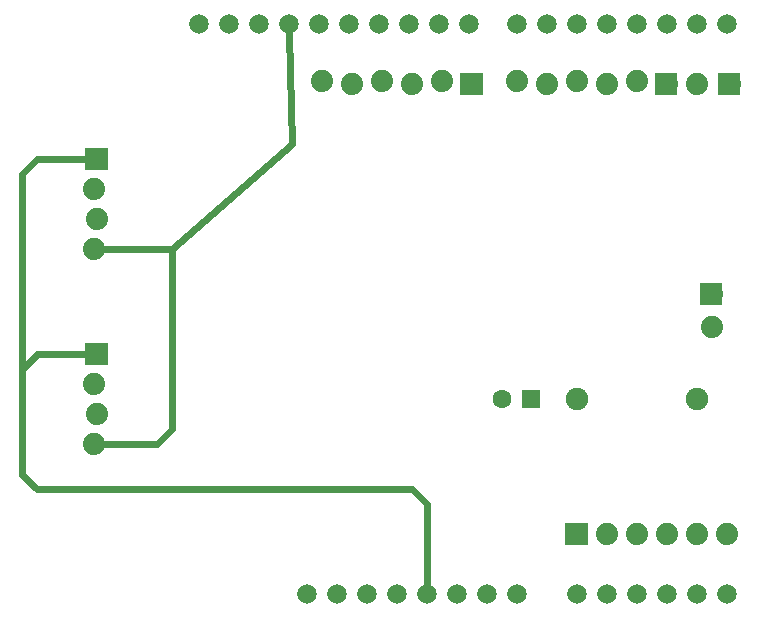
<source format=gbl>
G04 MADE WITH FRITZING*
G04 WWW.FRITZING.ORG*
G04 DOUBLE SIDED*
G04 HOLES PLATED*
G04 CONTOUR ON CENTER OF CONTOUR VECTOR*
%ASAXBY*%
%FSLAX23Y23*%
%MOIN*%
%OFA0B0*%
%SFA1.0B1.0*%
%ADD10C,0.062992*%
%ADD11C,0.075000*%
%ADD12C,0.074000*%
%ADD13C,0.065278*%
%ADD14R,0.062992X0.062992*%
%ADD15C,0.024000*%
%ADD16R,0.001000X0.001000*%
%LNCOPPER0*%
G90*
G70*
G54D10*
X1871Y761D03*
X1772Y761D03*
G54D11*
X2022Y761D03*
X2422Y761D03*
G54D12*
X1672Y1811D03*
X1572Y1821D03*
X1472Y1811D03*
X1372Y1821D03*
X1272Y1811D03*
X1172Y1821D03*
X2322Y1812D03*
X2222Y1822D03*
X2122Y1812D03*
X2022Y1822D03*
X1922Y1812D03*
X1822Y1822D03*
X2532Y1811D03*
X2422Y1811D03*
X2472Y1111D03*
X2472Y1001D03*
G54D13*
X2122Y111D03*
X2222Y111D03*
X2322Y111D03*
X2422Y111D03*
X2522Y111D03*
X1662Y2011D03*
X1562Y2011D03*
X1462Y2011D03*
X1362Y2011D03*
X1262Y2011D03*
X1162Y2011D03*
X1062Y2011D03*
X962Y2011D03*
X862Y2011D03*
X762Y2011D03*
X2522Y2011D03*
X2422Y2011D03*
X2322Y2011D03*
X2222Y2011D03*
X2122Y2011D03*
X2022Y2011D03*
X1922Y2011D03*
X1822Y2011D03*
X1222Y111D03*
X1122Y111D03*
X1322Y111D03*
X1422Y111D03*
X1522Y111D03*
X1622Y111D03*
X1722Y111D03*
X1822Y111D03*
X2022Y111D03*
G54D12*
X422Y911D03*
X412Y811D03*
X422Y711D03*
X412Y611D03*
X422Y1561D03*
X412Y1461D03*
X422Y1361D03*
X412Y1261D03*
X2022Y311D03*
X2122Y311D03*
X2222Y311D03*
X2322Y311D03*
X2422Y311D03*
X2522Y311D03*
G54D14*
X1871Y761D03*
G54D15*
X223Y912D02*
X391Y911D01*
D02*
X173Y862D02*
X223Y912D01*
D02*
X173Y510D02*
X173Y862D01*
D02*
X222Y461D02*
X173Y510D01*
D02*
X1522Y412D02*
X1473Y461D01*
D02*
X1473Y461D02*
X222Y461D01*
D02*
X1522Y143D02*
X1522Y412D01*
D02*
X223Y912D02*
X391Y911D01*
D02*
X173Y860D02*
X223Y912D01*
D02*
X172Y1511D02*
X173Y860D01*
D02*
X222Y1562D02*
X172Y1511D01*
D02*
X391Y1562D02*
X222Y1562D01*
D02*
X622Y612D02*
X443Y611D01*
D02*
X673Y661D02*
X622Y612D01*
D02*
X672Y1261D02*
X673Y661D01*
D02*
X443Y1261D02*
X672Y1261D01*
D02*
X672Y1261D02*
X443Y1261D01*
D02*
X1073Y1612D02*
X672Y1261D01*
D02*
X1063Y1980D02*
X1073Y1612D01*
G54D16*
X2285Y1849D02*
X2357Y1849D01*
X1635Y1848D02*
X1708Y1848D01*
X2284Y1848D02*
X2357Y1848D01*
X2494Y1848D02*
X2567Y1848D01*
X1635Y1847D02*
X1708Y1847D01*
X2284Y1847D02*
X2357Y1847D01*
X2494Y1847D02*
X2567Y1847D01*
X1635Y1846D02*
X1708Y1846D01*
X2284Y1846D02*
X2357Y1846D01*
X2494Y1846D02*
X2567Y1846D01*
X1635Y1845D02*
X1708Y1845D01*
X2284Y1845D02*
X2357Y1845D01*
X2494Y1845D02*
X2567Y1845D01*
X1635Y1844D02*
X1708Y1844D01*
X2284Y1844D02*
X2357Y1844D01*
X2494Y1844D02*
X2567Y1844D01*
X1635Y1843D02*
X1708Y1843D01*
X2284Y1843D02*
X2357Y1843D01*
X2494Y1843D02*
X2567Y1843D01*
X1635Y1842D02*
X1708Y1842D01*
X2284Y1842D02*
X2357Y1842D01*
X2494Y1842D02*
X2567Y1842D01*
X1635Y1841D02*
X1708Y1841D01*
X2284Y1841D02*
X2357Y1841D01*
X2494Y1841D02*
X2567Y1841D01*
X1635Y1840D02*
X1708Y1840D01*
X2284Y1840D02*
X2357Y1840D01*
X2494Y1840D02*
X2567Y1840D01*
X1635Y1839D02*
X1708Y1839D01*
X2284Y1839D02*
X2357Y1839D01*
X2494Y1839D02*
X2567Y1839D01*
X1635Y1838D02*
X1708Y1838D01*
X2284Y1838D02*
X2357Y1838D01*
X2494Y1838D02*
X2567Y1838D01*
X1635Y1837D02*
X1708Y1837D01*
X2284Y1837D02*
X2357Y1837D01*
X2494Y1837D02*
X2567Y1837D01*
X1635Y1836D02*
X1708Y1836D01*
X2284Y1836D02*
X2357Y1836D01*
X2494Y1836D02*
X2567Y1836D01*
X1635Y1835D02*
X1708Y1835D01*
X2284Y1835D02*
X2357Y1835D01*
X2494Y1835D02*
X2567Y1835D01*
X1635Y1834D02*
X1708Y1834D01*
X2284Y1834D02*
X2357Y1834D01*
X2494Y1834D02*
X2567Y1834D01*
X1635Y1833D02*
X1708Y1833D01*
X2284Y1833D02*
X2357Y1833D01*
X2494Y1833D02*
X2567Y1833D01*
X1635Y1832D02*
X1708Y1832D01*
X2284Y1832D02*
X2320Y1832D01*
X2322Y1832D02*
X2357Y1832D01*
X2494Y1832D02*
X2567Y1832D01*
X1635Y1831D02*
X1666Y1831D01*
X1676Y1831D02*
X1708Y1831D01*
X2284Y1831D02*
X2314Y1831D01*
X2328Y1831D02*
X2357Y1831D01*
X2494Y1831D02*
X2526Y1831D01*
X2536Y1831D02*
X2567Y1831D01*
X1635Y1830D02*
X1663Y1830D01*
X1679Y1830D02*
X1708Y1830D01*
X2284Y1830D02*
X2312Y1830D01*
X2330Y1830D02*
X2357Y1830D01*
X2494Y1830D02*
X2523Y1830D01*
X2539Y1830D02*
X2567Y1830D01*
X1635Y1829D02*
X1661Y1829D01*
X1681Y1829D02*
X1708Y1829D01*
X2284Y1829D02*
X2310Y1829D01*
X2332Y1829D02*
X2357Y1829D01*
X2494Y1829D02*
X2521Y1829D01*
X2541Y1829D02*
X2567Y1829D01*
X1635Y1828D02*
X1659Y1828D01*
X1683Y1828D02*
X1708Y1828D01*
X2284Y1828D02*
X2309Y1828D01*
X2333Y1828D02*
X2357Y1828D01*
X2494Y1828D02*
X2519Y1828D01*
X2543Y1828D02*
X2567Y1828D01*
X1635Y1827D02*
X1658Y1827D01*
X1684Y1827D02*
X1708Y1827D01*
X2284Y1827D02*
X2307Y1827D01*
X2335Y1827D02*
X2357Y1827D01*
X2494Y1827D02*
X2518Y1827D01*
X2544Y1827D02*
X2567Y1827D01*
X1635Y1826D02*
X1657Y1826D01*
X1685Y1826D02*
X1708Y1826D01*
X2284Y1826D02*
X2306Y1826D01*
X2336Y1826D02*
X2357Y1826D01*
X2494Y1826D02*
X2517Y1826D01*
X2545Y1826D02*
X2567Y1826D01*
X1635Y1825D02*
X1656Y1825D01*
X1686Y1825D02*
X1708Y1825D01*
X2284Y1825D02*
X2305Y1825D01*
X2337Y1825D02*
X2357Y1825D01*
X2494Y1825D02*
X2516Y1825D01*
X2546Y1825D02*
X2567Y1825D01*
X1635Y1824D02*
X1655Y1824D01*
X1687Y1824D02*
X1708Y1824D01*
X2284Y1824D02*
X2304Y1824D01*
X2337Y1824D02*
X2357Y1824D01*
X2494Y1824D02*
X2515Y1824D01*
X2547Y1824D02*
X2567Y1824D01*
X1635Y1823D02*
X1654Y1823D01*
X1688Y1823D02*
X1708Y1823D01*
X2284Y1823D02*
X2304Y1823D01*
X2338Y1823D02*
X2357Y1823D01*
X2494Y1823D02*
X2514Y1823D01*
X2548Y1823D02*
X2567Y1823D01*
X1635Y1822D02*
X1654Y1822D01*
X1689Y1822D02*
X1708Y1822D01*
X2284Y1822D02*
X2303Y1822D01*
X2339Y1822D02*
X2357Y1822D01*
X2494Y1822D02*
X2513Y1822D01*
X2548Y1822D02*
X2567Y1822D01*
X1635Y1821D02*
X1653Y1821D01*
X1689Y1821D02*
X1708Y1821D01*
X2284Y1821D02*
X2303Y1821D01*
X2339Y1821D02*
X2357Y1821D01*
X2494Y1821D02*
X2513Y1821D01*
X2549Y1821D02*
X2567Y1821D01*
X1635Y1820D02*
X1653Y1820D01*
X1690Y1820D02*
X1708Y1820D01*
X2284Y1820D02*
X2302Y1820D01*
X2340Y1820D02*
X2357Y1820D01*
X2494Y1820D02*
X2512Y1820D01*
X2549Y1820D02*
X2567Y1820D01*
X1635Y1819D02*
X1652Y1819D01*
X1690Y1819D02*
X1708Y1819D01*
X2284Y1819D02*
X2302Y1819D01*
X2340Y1819D02*
X2357Y1819D01*
X2494Y1819D02*
X2512Y1819D01*
X2550Y1819D02*
X2567Y1819D01*
X1635Y1818D02*
X1652Y1818D01*
X1691Y1818D02*
X1708Y1818D01*
X2284Y1818D02*
X2301Y1818D01*
X2340Y1818D02*
X2357Y1818D01*
X2494Y1818D02*
X2512Y1818D01*
X2550Y1818D02*
X2567Y1818D01*
X1635Y1817D02*
X1652Y1817D01*
X1691Y1817D02*
X1708Y1817D01*
X2284Y1817D02*
X2301Y1817D01*
X2341Y1817D02*
X2357Y1817D01*
X2494Y1817D02*
X2511Y1817D01*
X2551Y1817D02*
X2567Y1817D01*
X1635Y1816D02*
X1651Y1816D01*
X1691Y1816D02*
X1708Y1816D01*
X2284Y1816D02*
X2301Y1816D01*
X2341Y1816D02*
X2357Y1816D01*
X2494Y1816D02*
X2511Y1816D01*
X2551Y1816D02*
X2567Y1816D01*
X1635Y1815D02*
X1651Y1815D01*
X1691Y1815D02*
X1708Y1815D01*
X2284Y1815D02*
X2301Y1815D01*
X2341Y1815D02*
X2357Y1815D01*
X2494Y1815D02*
X2511Y1815D01*
X2551Y1815D02*
X2567Y1815D01*
X1635Y1814D02*
X1651Y1814D01*
X1691Y1814D02*
X1708Y1814D01*
X2284Y1814D02*
X2301Y1814D01*
X2341Y1814D02*
X2357Y1814D01*
X2494Y1814D02*
X2511Y1814D01*
X2551Y1814D02*
X2567Y1814D01*
X1635Y1813D02*
X1651Y1813D01*
X1692Y1813D02*
X1708Y1813D01*
X2284Y1813D02*
X2301Y1813D01*
X2341Y1813D02*
X2357Y1813D01*
X2494Y1813D02*
X2511Y1813D01*
X2551Y1813D02*
X2567Y1813D01*
X1635Y1812D02*
X1651Y1812D01*
X1692Y1812D02*
X1708Y1812D01*
X2284Y1812D02*
X2300Y1812D01*
X2341Y1812D02*
X2357Y1812D01*
X2494Y1812D02*
X2510Y1812D01*
X2551Y1812D02*
X2567Y1812D01*
X1635Y1811D02*
X1651Y1811D01*
X1692Y1811D02*
X1708Y1811D01*
X2284Y1811D02*
X2301Y1811D01*
X2341Y1811D02*
X2357Y1811D01*
X2494Y1811D02*
X2510Y1811D01*
X2551Y1811D02*
X2567Y1811D01*
X1635Y1810D02*
X1651Y1810D01*
X1692Y1810D02*
X1708Y1810D01*
X2284Y1810D02*
X2301Y1810D01*
X2341Y1810D02*
X2357Y1810D01*
X2494Y1810D02*
X2511Y1810D01*
X2551Y1810D02*
X2567Y1810D01*
X1635Y1809D02*
X1651Y1809D01*
X1691Y1809D02*
X1708Y1809D01*
X2284Y1809D02*
X2301Y1809D01*
X2341Y1809D02*
X2357Y1809D01*
X2494Y1809D02*
X2511Y1809D01*
X2551Y1809D02*
X2567Y1809D01*
X1635Y1808D02*
X1651Y1808D01*
X1691Y1808D02*
X1708Y1808D01*
X2284Y1808D02*
X2301Y1808D01*
X2341Y1808D02*
X2357Y1808D01*
X2494Y1808D02*
X2511Y1808D01*
X2551Y1808D02*
X2567Y1808D01*
X1635Y1807D02*
X1651Y1807D01*
X1691Y1807D02*
X1708Y1807D01*
X2284Y1807D02*
X2301Y1807D01*
X2341Y1807D02*
X2357Y1807D01*
X2494Y1807D02*
X2511Y1807D01*
X2551Y1807D02*
X2567Y1807D01*
X1635Y1806D02*
X1652Y1806D01*
X1691Y1806D02*
X1708Y1806D01*
X2284Y1806D02*
X2302Y1806D01*
X2340Y1806D02*
X2357Y1806D01*
X2494Y1806D02*
X2511Y1806D01*
X2550Y1806D02*
X2567Y1806D01*
X1635Y1805D02*
X1652Y1805D01*
X1690Y1805D02*
X1708Y1805D01*
X2284Y1805D02*
X2302Y1805D01*
X2340Y1805D02*
X2357Y1805D01*
X2494Y1805D02*
X2512Y1805D01*
X2550Y1805D02*
X2567Y1805D01*
X1635Y1804D02*
X1652Y1804D01*
X1690Y1804D02*
X1708Y1804D01*
X2284Y1804D02*
X2302Y1804D01*
X2340Y1804D02*
X2357Y1804D01*
X2494Y1804D02*
X2512Y1804D01*
X2550Y1804D02*
X2567Y1804D01*
X1635Y1803D02*
X1653Y1803D01*
X1690Y1803D02*
X1708Y1803D01*
X2284Y1803D02*
X2303Y1803D01*
X2339Y1803D02*
X2357Y1803D01*
X2494Y1803D02*
X2512Y1803D01*
X2549Y1803D02*
X2567Y1803D01*
X1635Y1802D02*
X1653Y1802D01*
X1689Y1802D02*
X1708Y1802D01*
X2284Y1802D02*
X2303Y1802D01*
X2339Y1802D02*
X2357Y1802D01*
X2494Y1802D02*
X2513Y1802D01*
X2549Y1802D02*
X2567Y1802D01*
X1635Y1801D02*
X1654Y1801D01*
X1689Y1801D02*
X1708Y1801D01*
X2284Y1801D02*
X2304Y1801D01*
X2338Y1801D02*
X2357Y1801D01*
X2494Y1801D02*
X2513Y1801D01*
X2548Y1801D02*
X2567Y1801D01*
X1635Y1800D02*
X1654Y1800D01*
X1688Y1800D02*
X1708Y1800D01*
X2284Y1800D02*
X2305Y1800D01*
X2337Y1800D02*
X2357Y1800D01*
X2494Y1800D02*
X2514Y1800D01*
X2548Y1800D02*
X2567Y1800D01*
X1635Y1799D02*
X1655Y1799D01*
X1687Y1799D02*
X1708Y1799D01*
X2284Y1799D02*
X2305Y1799D01*
X2336Y1799D02*
X2357Y1799D01*
X2494Y1799D02*
X2515Y1799D01*
X2547Y1799D02*
X2567Y1799D01*
X1635Y1798D02*
X1656Y1798D01*
X1686Y1798D02*
X1708Y1798D01*
X2284Y1798D02*
X2306Y1798D01*
X2336Y1798D02*
X2357Y1798D01*
X2494Y1798D02*
X2516Y1798D01*
X2546Y1798D02*
X2567Y1798D01*
X1635Y1797D02*
X1657Y1797D01*
X1685Y1797D02*
X1708Y1797D01*
X2284Y1797D02*
X2307Y1797D01*
X2334Y1797D02*
X2357Y1797D01*
X2494Y1797D02*
X2517Y1797D01*
X2545Y1797D02*
X2567Y1797D01*
X1635Y1796D02*
X1658Y1796D01*
X1684Y1796D02*
X1708Y1796D01*
X2284Y1796D02*
X2309Y1796D01*
X2333Y1796D02*
X2357Y1796D01*
X2494Y1796D02*
X2518Y1796D01*
X2544Y1796D02*
X2567Y1796D01*
X1635Y1795D02*
X1660Y1795D01*
X1683Y1795D02*
X1708Y1795D01*
X2284Y1795D02*
X2310Y1795D01*
X2332Y1795D02*
X2357Y1795D01*
X2494Y1795D02*
X2519Y1795D01*
X2543Y1795D02*
X2567Y1795D01*
X1635Y1794D02*
X1661Y1794D01*
X1681Y1794D02*
X1708Y1794D01*
X2284Y1794D02*
X2312Y1794D01*
X2330Y1794D02*
X2357Y1794D01*
X2494Y1794D02*
X2521Y1794D01*
X2541Y1794D02*
X2567Y1794D01*
X1635Y1793D02*
X1663Y1793D01*
X1679Y1793D02*
X1708Y1793D01*
X2284Y1793D02*
X2315Y1793D01*
X2327Y1793D02*
X2357Y1793D01*
X2494Y1793D02*
X2523Y1793D01*
X2539Y1793D02*
X2567Y1793D01*
X1635Y1792D02*
X1667Y1792D01*
X1676Y1792D02*
X1708Y1792D01*
X2284Y1792D02*
X2357Y1792D01*
X2494Y1792D02*
X2526Y1792D01*
X2535Y1792D02*
X2567Y1792D01*
X1635Y1791D02*
X1708Y1791D01*
X2284Y1791D02*
X2357Y1791D01*
X2494Y1791D02*
X2567Y1791D01*
X1635Y1790D02*
X1708Y1790D01*
X2284Y1790D02*
X2357Y1790D01*
X2494Y1790D02*
X2567Y1790D01*
X1635Y1789D02*
X1708Y1789D01*
X2284Y1789D02*
X2357Y1789D01*
X2494Y1789D02*
X2567Y1789D01*
X1635Y1788D02*
X1708Y1788D01*
X2284Y1788D02*
X2357Y1788D01*
X2494Y1788D02*
X2567Y1788D01*
X1635Y1787D02*
X1708Y1787D01*
X2284Y1787D02*
X2357Y1787D01*
X2494Y1787D02*
X2567Y1787D01*
X1635Y1786D02*
X1708Y1786D01*
X2284Y1786D02*
X2357Y1786D01*
X2494Y1786D02*
X2567Y1786D01*
X1635Y1785D02*
X1708Y1785D01*
X2284Y1785D02*
X2357Y1785D01*
X2494Y1785D02*
X2567Y1785D01*
X1635Y1784D02*
X1708Y1784D01*
X2284Y1784D02*
X2357Y1784D01*
X2494Y1784D02*
X2567Y1784D01*
X1635Y1783D02*
X1708Y1783D01*
X2284Y1783D02*
X2357Y1783D01*
X2494Y1783D02*
X2567Y1783D01*
X1635Y1782D02*
X1708Y1782D01*
X2284Y1782D02*
X2357Y1782D01*
X2494Y1782D02*
X2567Y1782D01*
X1635Y1781D02*
X1708Y1781D01*
X2284Y1781D02*
X2357Y1781D01*
X2494Y1781D02*
X2567Y1781D01*
X1635Y1780D02*
X1708Y1780D01*
X2284Y1780D02*
X2357Y1780D01*
X2494Y1780D02*
X2567Y1780D01*
X1635Y1779D02*
X1708Y1779D01*
X2284Y1779D02*
X2357Y1779D01*
X2494Y1779D02*
X2567Y1779D01*
X1635Y1778D02*
X1708Y1778D01*
X2284Y1778D02*
X2357Y1778D01*
X2494Y1778D02*
X2567Y1778D01*
X1635Y1777D02*
X1708Y1777D01*
X2284Y1777D02*
X2357Y1777D01*
X2494Y1777D02*
X2567Y1777D01*
X1635Y1776D02*
X1708Y1776D01*
X2284Y1776D02*
X2357Y1776D01*
X2494Y1776D02*
X2567Y1776D01*
X1635Y1775D02*
X1708Y1775D01*
X2494Y1775D02*
X2567Y1775D01*
X385Y1598D02*
X458Y1598D01*
X385Y1597D02*
X458Y1597D01*
X385Y1596D02*
X458Y1596D01*
X385Y1595D02*
X458Y1595D01*
X385Y1594D02*
X458Y1594D01*
X385Y1593D02*
X458Y1593D01*
X385Y1592D02*
X458Y1592D01*
X385Y1591D02*
X458Y1591D01*
X385Y1590D02*
X458Y1590D01*
X385Y1589D02*
X458Y1589D01*
X385Y1588D02*
X458Y1588D01*
X385Y1587D02*
X458Y1587D01*
X385Y1586D02*
X458Y1586D01*
X385Y1585D02*
X458Y1585D01*
X385Y1584D02*
X458Y1584D01*
X385Y1583D02*
X458Y1583D01*
X385Y1582D02*
X458Y1582D01*
X385Y1581D02*
X416Y1581D01*
X427Y1581D02*
X458Y1581D01*
X385Y1580D02*
X413Y1580D01*
X430Y1580D02*
X458Y1580D01*
X385Y1579D02*
X411Y1579D01*
X432Y1579D02*
X458Y1579D01*
X385Y1578D02*
X410Y1578D01*
X433Y1578D02*
X458Y1578D01*
X385Y1577D02*
X408Y1577D01*
X435Y1577D02*
X458Y1577D01*
X385Y1576D02*
X407Y1576D01*
X436Y1576D02*
X458Y1576D01*
X385Y1575D02*
X406Y1575D01*
X437Y1575D02*
X458Y1575D01*
X385Y1574D02*
X405Y1574D01*
X438Y1574D02*
X458Y1574D01*
X385Y1573D02*
X405Y1573D01*
X438Y1573D02*
X458Y1573D01*
X385Y1572D02*
X404Y1572D01*
X439Y1572D02*
X458Y1572D01*
X385Y1571D02*
X404Y1571D01*
X440Y1571D02*
X458Y1571D01*
X385Y1570D02*
X403Y1570D01*
X440Y1570D02*
X458Y1570D01*
X385Y1569D02*
X403Y1569D01*
X441Y1569D02*
X458Y1569D01*
X385Y1568D02*
X402Y1568D01*
X441Y1568D02*
X458Y1568D01*
X385Y1567D02*
X402Y1567D01*
X441Y1567D02*
X458Y1567D01*
X385Y1566D02*
X402Y1566D01*
X442Y1566D02*
X458Y1566D01*
X385Y1565D02*
X401Y1565D01*
X442Y1565D02*
X458Y1565D01*
X385Y1564D02*
X401Y1564D01*
X442Y1564D02*
X458Y1564D01*
X385Y1563D02*
X401Y1563D01*
X442Y1563D02*
X458Y1563D01*
X385Y1562D02*
X401Y1562D01*
X442Y1562D02*
X458Y1562D01*
X385Y1561D02*
X401Y1561D01*
X442Y1561D02*
X458Y1561D01*
X385Y1560D02*
X401Y1560D01*
X442Y1560D02*
X458Y1560D01*
X385Y1559D02*
X401Y1559D01*
X442Y1559D02*
X458Y1559D01*
X385Y1558D02*
X401Y1558D01*
X442Y1558D02*
X458Y1558D01*
X385Y1557D02*
X402Y1557D01*
X441Y1557D02*
X458Y1557D01*
X385Y1556D02*
X402Y1556D01*
X441Y1556D02*
X458Y1556D01*
X385Y1555D02*
X402Y1555D01*
X441Y1555D02*
X458Y1555D01*
X385Y1554D02*
X403Y1554D01*
X441Y1554D02*
X458Y1554D01*
X385Y1553D02*
X403Y1553D01*
X440Y1553D02*
X458Y1553D01*
X385Y1552D02*
X404Y1552D01*
X439Y1552D02*
X458Y1552D01*
X385Y1551D02*
X404Y1551D01*
X439Y1551D02*
X458Y1551D01*
X385Y1550D02*
X405Y1550D01*
X438Y1550D02*
X458Y1550D01*
X385Y1549D02*
X406Y1549D01*
X437Y1549D02*
X458Y1549D01*
X385Y1548D02*
X407Y1548D01*
X437Y1548D02*
X458Y1548D01*
X385Y1547D02*
X408Y1547D01*
X436Y1547D02*
X458Y1547D01*
X385Y1546D02*
X409Y1546D01*
X434Y1546D02*
X458Y1546D01*
X385Y1545D02*
X410Y1545D01*
X433Y1545D02*
X458Y1545D01*
X385Y1544D02*
X412Y1544D01*
X431Y1544D02*
X458Y1544D01*
X385Y1543D02*
X414Y1543D01*
X429Y1543D02*
X458Y1543D01*
X385Y1542D02*
X417Y1542D01*
X426Y1542D02*
X458Y1542D01*
X385Y1541D02*
X458Y1541D01*
X385Y1540D02*
X458Y1540D01*
X385Y1539D02*
X458Y1539D01*
X385Y1538D02*
X458Y1538D01*
X385Y1537D02*
X458Y1537D01*
X385Y1536D02*
X458Y1536D01*
X385Y1535D02*
X458Y1535D01*
X385Y1534D02*
X458Y1534D01*
X385Y1533D02*
X458Y1533D01*
X385Y1532D02*
X458Y1532D01*
X385Y1531D02*
X458Y1531D01*
X385Y1530D02*
X458Y1530D01*
X385Y1529D02*
X458Y1529D01*
X385Y1528D02*
X458Y1528D01*
X385Y1527D02*
X458Y1527D01*
X385Y1526D02*
X458Y1526D01*
X385Y1525D02*
X458Y1525D01*
X2434Y1148D02*
X2507Y1148D01*
X2434Y1147D02*
X2507Y1147D01*
X2434Y1146D02*
X2507Y1146D01*
X2434Y1145D02*
X2507Y1145D01*
X2434Y1144D02*
X2507Y1144D01*
X2434Y1143D02*
X2507Y1143D01*
X2434Y1142D02*
X2507Y1142D01*
X2434Y1141D02*
X2507Y1141D01*
X2434Y1140D02*
X2507Y1140D01*
X2434Y1139D02*
X2507Y1139D01*
X2434Y1138D02*
X2507Y1138D01*
X2434Y1137D02*
X2507Y1137D01*
X2434Y1136D02*
X2507Y1136D01*
X2434Y1135D02*
X2507Y1135D01*
X2434Y1134D02*
X2507Y1134D01*
X2434Y1133D02*
X2507Y1133D01*
X2434Y1132D02*
X2507Y1132D01*
X2434Y1131D02*
X2465Y1131D01*
X2476Y1131D02*
X2507Y1131D01*
X2434Y1130D02*
X2462Y1130D01*
X2479Y1130D02*
X2507Y1130D01*
X2434Y1129D02*
X2461Y1129D01*
X2481Y1129D02*
X2507Y1129D01*
X2434Y1128D02*
X2459Y1128D01*
X2483Y1128D02*
X2507Y1128D01*
X2434Y1127D02*
X2458Y1127D01*
X2484Y1127D02*
X2507Y1127D01*
X2434Y1126D02*
X2456Y1126D01*
X2485Y1126D02*
X2507Y1126D01*
X2434Y1125D02*
X2456Y1125D01*
X2486Y1125D02*
X2507Y1125D01*
X2434Y1124D02*
X2455Y1124D01*
X2487Y1124D02*
X2507Y1124D01*
X2434Y1123D02*
X2454Y1123D01*
X2488Y1123D02*
X2507Y1123D01*
X2434Y1122D02*
X2453Y1122D01*
X2488Y1122D02*
X2507Y1122D01*
X2434Y1121D02*
X2453Y1121D01*
X2489Y1121D02*
X2507Y1121D01*
X2434Y1120D02*
X2452Y1120D01*
X2490Y1120D02*
X2507Y1120D01*
X2434Y1119D02*
X2452Y1119D01*
X2490Y1119D02*
X2507Y1119D01*
X2434Y1118D02*
X2452Y1118D01*
X2490Y1118D02*
X2507Y1118D01*
X2434Y1117D02*
X2451Y1117D01*
X2491Y1117D02*
X2507Y1117D01*
X2434Y1116D02*
X2451Y1116D01*
X2491Y1116D02*
X2507Y1116D01*
X2434Y1115D02*
X2451Y1115D01*
X2491Y1115D02*
X2507Y1115D01*
X2434Y1114D02*
X2451Y1114D01*
X2491Y1114D02*
X2507Y1114D01*
X2434Y1113D02*
X2451Y1113D01*
X2491Y1113D02*
X2507Y1113D01*
X2434Y1112D02*
X2450Y1112D01*
X2491Y1112D02*
X2507Y1112D01*
X2434Y1111D02*
X2450Y1111D01*
X2491Y1111D02*
X2507Y1111D01*
X2434Y1110D02*
X2451Y1110D01*
X2491Y1110D02*
X2507Y1110D01*
X2434Y1109D02*
X2451Y1109D01*
X2491Y1109D02*
X2507Y1109D01*
X2434Y1108D02*
X2451Y1108D01*
X2491Y1108D02*
X2507Y1108D01*
X2434Y1107D02*
X2451Y1107D01*
X2491Y1107D02*
X2507Y1107D01*
X2434Y1106D02*
X2451Y1106D01*
X2490Y1106D02*
X2507Y1106D01*
X2434Y1105D02*
X2452Y1105D01*
X2490Y1105D02*
X2507Y1105D01*
X2434Y1104D02*
X2452Y1104D01*
X2490Y1104D02*
X2507Y1104D01*
X2434Y1103D02*
X2452Y1103D01*
X2489Y1103D02*
X2507Y1103D01*
X2434Y1102D02*
X2453Y1102D01*
X2489Y1102D02*
X2507Y1102D01*
X2434Y1101D02*
X2454Y1101D01*
X2488Y1101D02*
X2507Y1101D01*
X2434Y1100D02*
X2454Y1100D01*
X2488Y1100D02*
X2507Y1100D01*
X2434Y1099D02*
X2455Y1099D01*
X2487Y1099D02*
X2507Y1099D01*
X2434Y1098D02*
X2456Y1098D01*
X2486Y1098D02*
X2507Y1098D01*
X2434Y1097D02*
X2457Y1097D01*
X2485Y1097D02*
X2507Y1097D01*
X2434Y1096D02*
X2458Y1096D01*
X2484Y1096D02*
X2507Y1096D01*
X2434Y1095D02*
X2460Y1095D01*
X2482Y1095D02*
X2507Y1095D01*
X2434Y1094D02*
X2461Y1094D01*
X2480Y1094D02*
X2507Y1094D01*
X2434Y1093D02*
X2464Y1093D01*
X2478Y1093D02*
X2507Y1093D01*
X2434Y1092D02*
X2468Y1092D01*
X2474Y1092D02*
X2507Y1092D01*
X2434Y1091D02*
X2507Y1091D01*
X2434Y1090D02*
X2507Y1090D01*
X2434Y1089D02*
X2507Y1089D01*
X2434Y1088D02*
X2507Y1088D01*
X2434Y1087D02*
X2507Y1087D01*
X2434Y1086D02*
X2507Y1086D01*
X2434Y1085D02*
X2507Y1085D01*
X2434Y1084D02*
X2507Y1084D01*
X2434Y1083D02*
X2507Y1083D01*
X2434Y1082D02*
X2507Y1082D01*
X2434Y1081D02*
X2507Y1081D01*
X2434Y1080D02*
X2507Y1080D01*
X2434Y1079D02*
X2507Y1079D01*
X2434Y1078D02*
X2507Y1078D01*
X2434Y1077D02*
X2507Y1077D01*
X2434Y1076D02*
X2507Y1076D01*
X2435Y1075D02*
X2507Y1075D01*
X385Y948D02*
X458Y948D01*
X385Y947D02*
X458Y947D01*
X385Y946D02*
X458Y946D01*
X385Y945D02*
X458Y945D01*
X385Y944D02*
X458Y944D01*
X385Y943D02*
X458Y943D01*
X385Y942D02*
X458Y942D01*
X385Y941D02*
X458Y941D01*
X385Y940D02*
X458Y940D01*
X385Y939D02*
X458Y939D01*
X385Y938D02*
X458Y938D01*
X385Y937D02*
X458Y937D01*
X385Y936D02*
X458Y936D01*
X385Y935D02*
X458Y935D01*
X385Y934D02*
X458Y934D01*
X385Y933D02*
X458Y933D01*
X385Y932D02*
X458Y932D01*
X385Y931D02*
X416Y931D01*
X427Y931D02*
X458Y931D01*
X385Y930D02*
X413Y930D01*
X430Y930D02*
X458Y930D01*
X385Y929D02*
X411Y929D01*
X432Y929D02*
X458Y929D01*
X385Y928D02*
X409Y928D01*
X434Y928D02*
X458Y928D01*
X385Y927D02*
X408Y927D01*
X435Y927D02*
X458Y927D01*
X385Y926D02*
X407Y926D01*
X436Y926D02*
X458Y926D01*
X385Y925D02*
X406Y925D01*
X437Y925D02*
X458Y925D01*
X385Y924D02*
X405Y924D01*
X438Y924D02*
X458Y924D01*
X385Y923D02*
X405Y923D01*
X439Y923D02*
X458Y923D01*
X385Y922D02*
X404Y922D01*
X439Y922D02*
X458Y922D01*
X385Y921D02*
X403Y921D01*
X440Y921D02*
X458Y921D01*
X385Y920D02*
X403Y920D01*
X440Y920D02*
X458Y920D01*
X385Y919D02*
X402Y919D01*
X441Y919D02*
X458Y919D01*
X385Y918D02*
X402Y918D01*
X441Y918D02*
X458Y918D01*
X385Y917D02*
X402Y917D01*
X441Y917D02*
X458Y917D01*
X385Y916D02*
X402Y916D01*
X442Y916D02*
X458Y916D01*
X385Y915D02*
X401Y915D01*
X442Y915D02*
X458Y915D01*
X385Y914D02*
X401Y914D01*
X442Y914D02*
X458Y914D01*
X385Y913D02*
X401Y913D01*
X442Y913D02*
X458Y913D01*
X385Y912D02*
X401Y912D01*
X442Y912D02*
X458Y912D01*
X385Y911D02*
X401Y911D01*
X442Y911D02*
X458Y911D01*
X385Y910D02*
X401Y910D01*
X442Y910D02*
X458Y910D01*
X385Y909D02*
X401Y909D01*
X442Y909D02*
X458Y909D01*
X385Y908D02*
X401Y908D01*
X442Y908D02*
X458Y908D01*
X385Y907D02*
X402Y907D01*
X441Y907D02*
X458Y907D01*
X385Y906D02*
X402Y906D01*
X441Y906D02*
X458Y906D01*
X385Y905D02*
X402Y905D01*
X441Y905D02*
X458Y905D01*
X385Y904D02*
X403Y904D01*
X440Y904D02*
X458Y904D01*
X385Y903D02*
X403Y903D01*
X440Y903D02*
X458Y903D01*
X385Y902D02*
X404Y902D01*
X439Y902D02*
X458Y902D01*
X385Y901D02*
X404Y901D01*
X439Y901D02*
X458Y901D01*
X385Y900D02*
X405Y900D01*
X438Y900D02*
X458Y900D01*
X385Y899D02*
X406Y899D01*
X437Y899D02*
X458Y899D01*
X385Y898D02*
X407Y898D01*
X437Y898D02*
X458Y898D01*
X385Y897D02*
X408Y897D01*
X435Y897D02*
X458Y897D01*
X385Y896D02*
X409Y896D01*
X434Y896D02*
X458Y896D01*
X385Y895D02*
X410Y895D01*
X433Y895D02*
X458Y895D01*
X385Y894D02*
X412Y894D01*
X431Y894D02*
X458Y894D01*
X385Y893D02*
X414Y893D01*
X429Y893D02*
X458Y893D01*
X385Y892D02*
X419Y892D01*
X424Y892D02*
X458Y892D01*
X385Y891D02*
X458Y891D01*
X385Y890D02*
X458Y890D01*
X385Y889D02*
X458Y889D01*
X385Y888D02*
X458Y888D01*
X385Y887D02*
X458Y887D01*
X385Y886D02*
X458Y886D01*
X385Y885D02*
X458Y885D01*
X385Y884D02*
X458Y884D01*
X385Y883D02*
X458Y883D01*
X385Y882D02*
X458Y882D01*
X385Y881D02*
X458Y881D01*
X385Y880D02*
X458Y880D01*
X385Y879D02*
X458Y879D01*
X385Y878D02*
X458Y878D01*
X385Y877D02*
X458Y877D01*
X385Y876D02*
X458Y876D01*
X385Y875D02*
X458Y875D01*
X1985Y348D02*
X2058Y348D01*
X1985Y347D02*
X2058Y347D01*
X1985Y346D02*
X2058Y346D01*
X1985Y345D02*
X2058Y345D01*
X1985Y344D02*
X2058Y344D01*
X1985Y343D02*
X2058Y343D01*
X1985Y342D02*
X2058Y342D01*
X1985Y341D02*
X2058Y341D01*
X1985Y340D02*
X2058Y340D01*
X1985Y339D02*
X2058Y339D01*
X1985Y338D02*
X2058Y338D01*
X1985Y337D02*
X2058Y337D01*
X1985Y336D02*
X2058Y336D01*
X1985Y335D02*
X2058Y335D01*
X1985Y334D02*
X2058Y334D01*
X1985Y333D02*
X2058Y333D01*
X1985Y332D02*
X2058Y332D01*
X1985Y331D02*
X2015Y331D01*
X2027Y331D02*
X2058Y331D01*
X1985Y330D02*
X2012Y330D01*
X2030Y330D02*
X2058Y330D01*
X1985Y329D02*
X2010Y329D01*
X2032Y329D02*
X2058Y329D01*
X1985Y328D02*
X2009Y328D01*
X2033Y328D02*
X2058Y328D01*
X1985Y327D02*
X2008Y327D01*
X2035Y327D02*
X2058Y327D01*
X1985Y326D02*
X2006Y326D01*
X2036Y326D02*
X2058Y326D01*
X1985Y325D02*
X2006Y325D01*
X2037Y325D02*
X2058Y325D01*
X1985Y324D02*
X2005Y324D01*
X2037Y324D02*
X2058Y324D01*
X1985Y323D02*
X2004Y323D01*
X2038Y323D02*
X2058Y323D01*
X1985Y322D02*
X2003Y322D01*
X2039Y322D02*
X2058Y322D01*
X1985Y321D02*
X2003Y321D01*
X2039Y321D02*
X2058Y321D01*
X1985Y320D02*
X2002Y320D01*
X2040Y320D02*
X2058Y320D01*
X1985Y319D02*
X2002Y319D01*
X2040Y319D02*
X2058Y319D01*
X1985Y318D02*
X2002Y318D01*
X2040Y318D02*
X2058Y318D01*
X1985Y317D02*
X2001Y317D01*
X2041Y317D02*
X2058Y317D01*
X1985Y316D02*
X2001Y316D01*
X2041Y316D02*
X2058Y316D01*
X1985Y315D02*
X2001Y315D01*
X2041Y315D02*
X2058Y315D01*
X1985Y314D02*
X2001Y314D01*
X2041Y314D02*
X2058Y314D01*
X1985Y313D02*
X2001Y313D01*
X2041Y313D02*
X2058Y313D01*
X1985Y312D02*
X2001Y312D01*
X2042Y312D02*
X2058Y312D01*
X1985Y311D02*
X2001Y311D01*
X2041Y311D02*
X2058Y311D01*
X1985Y310D02*
X2001Y310D01*
X2041Y310D02*
X2058Y310D01*
X1985Y309D02*
X2001Y309D01*
X2041Y309D02*
X2058Y309D01*
X1985Y308D02*
X2001Y308D01*
X2041Y308D02*
X2058Y308D01*
X1985Y307D02*
X2001Y307D01*
X2041Y307D02*
X2058Y307D01*
X1985Y306D02*
X2002Y306D01*
X2041Y306D02*
X2058Y306D01*
X1985Y305D02*
X2002Y305D01*
X2040Y305D02*
X2058Y305D01*
X1985Y304D02*
X2002Y304D01*
X2040Y304D02*
X2058Y304D01*
X1985Y303D02*
X2003Y303D01*
X2039Y303D02*
X2058Y303D01*
X1985Y302D02*
X2003Y302D01*
X2039Y302D02*
X2058Y302D01*
X1985Y301D02*
X2004Y301D01*
X2038Y301D02*
X2058Y301D01*
X1985Y300D02*
X2005Y300D01*
X2038Y300D02*
X2058Y300D01*
X1985Y299D02*
X2005Y299D01*
X2037Y299D02*
X2058Y299D01*
X1985Y298D02*
X2006Y298D01*
X2036Y298D02*
X2058Y298D01*
X1985Y297D02*
X2007Y297D01*
X2035Y297D02*
X2058Y297D01*
X1985Y296D02*
X2009Y296D01*
X2034Y296D02*
X2058Y296D01*
X1985Y295D02*
X2010Y295D01*
X2032Y295D02*
X2058Y295D01*
X1985Y294D02*
X2012Y294D01*
X2030Y294D02*
X2058Y294D01*
X1985Y293D02*
X2014Y293D01*
X2028Y293D02*
X2058Y293D01*
X1985Y292D02*
X2020Y292D01*
X2023Y292D02*
X2058Y292D01*
X1985Y291D02*
X2058Y291D01*
X1985Y290D02*
X2058Y290D01*
X1985Y289D02*
X2058Y289D01*
X1985Y288D02*
X2058Y288D01*
X1985Y287D02*
X2058Y287D01*
X1985Y286D02*
X2058Y286D01*
X1985Y285D02*
X2058Y285D01*
X1985Y284D02*
X2058Y284D01*
X1985Y283D02*
X2058Y283D01*
X1985Y282D02*
X2058Y282D01*
X1985Y281D02*
X2058Y281D01*
X1985Y280D02*
X2058Y280D01*
X1985Y279D02*
X2058Y279D01*
X1985Y278D02*
X2058Y278D01*
X1985Y277D02*
X2058Y277D01*
X1985Y276D02*
X2058Y276D01*
X1985Y275D02*
X2057Y275D01*
D02*
G04 End of Copper0*
M02*
</source>
